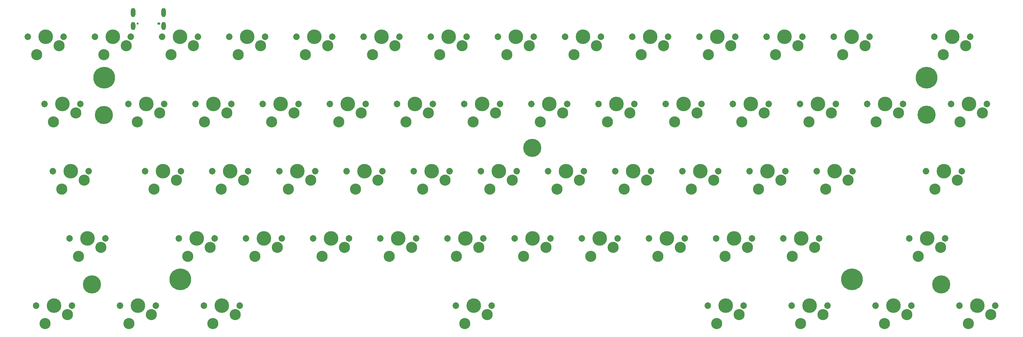
<source format=gts>
G04*
G04 #@! TF.GenerationSoftware,Altium Limited,Altium Designer,23.1.1 (15)*
G04*
G04 Layer_Color=8388736*
%FSLAX25Y25*%
%MOIN*%
G70*
G04*
G04 #@! TF.SameCoordinates,2B387D3F-2690-41C2-BDA0-AF5B162F5435*
G04*
G04*
G04 #@! TF.FilePolarity,Negative*
G04*
G01*
G75*
%ADD12C,0.07291*%
%ADD13C,0.12402*%
%ADD14C,0.16291*%
G04:AMPARAMS|DCode=15|XSize=51.18mil|YSize=90.55mil|CornerRadius=25.59mil|HoleSize=0mil|Usage=FLASHONLY|Rotation=0.000|XOffset=0mil|YOffset=0mil|HoleType=Round|Shape=RoundedRectangle|*
%AMROUNDEDRECTD15*
21,1,0.05118,0.03937,0,0,0.0*
21,1,0.00000,0.09055,0,0,0.0*
1,1,0.05118,0.00000,-0.01968*
1,1,0.05118,0.00000,-0.01968*
1,1,0.05118,0.00000,0.01968*
1,1,0.05118,0.00000,0.01968*
%
%ADD15ROUNDEDRECTD15*%
G04:AMPARAMS|DCode=16|XSize=51.18mil|YSize=102.36mil|CornerRadius=25.59mil|HoleSize=0mil|Usage=FLASHONLY|Rotation=0.000|XOffset=0mil|YOffset=0mil|HoleType=Round|Shape=RoundedRectangle|*
%AMROUNDEDRECTD16*
21,1,0.05118,0.05118,0,0,0.0*
21,1,0.00000,0.10236,0,0,0.0*
1,1,0.05118,0.00000,-0.02559*
1,1,0.05118,0.00000,-0.02559*
1,1,0.05118,0.00000,0.02559*
1,1,0.05118,0.00000,0.02559*
%
%ADD16ROUNDEDRECTD16*%
%ADD17C,0.02362*%
G04:AMPARAMS|DCode=18|XSize=33.47mil|YSize=23.62mil|CornerRadius=11.81mil|HoleSize=0mil|Usage=FLASHONLY|Rotation=0.000|XOffset=0mil|YOffset=0mil|HoleType=Round|Shape=RoundedRectangle|*
%AMROUNDEDRECTD18*
21,1,0.03347,0.00000,0,0,0.0*
21,1,0.00984,0.02362,0,0,0.0*
1,1,0.02362,0.00492,0.00000*
1,1,0.02362,-0.00492,0.00000*
1,1,0.02362,-0.00492,0.00000*
1,1,0.02362,0.00492,0.00000*
%
%ADD18ROUNDEDRECTD18*%
%ADD19C,0.24213*%
%ADD20C,0.20276*%
D12*
X1051235Y30610D02*
D03*
X1091235D02*
D03*
X781860Y180610D02*
D03*
X741860D02*
D03*
X153735Y30610D02*
D03*
X113735D02*
D03*
X875610Y330610D02*
D03*
X835610D02*
D03*
X38735Y180610D02*
D03*
X78735D02*
D03*
X404360Y105610D02*
D03*
X444360D02*
D03*
X488735Y30610D02*
D03*
X528735D02*
D03*
X957485D02*
D03*
X997485D02*
D03*
X863735D02*
D03*
X903735D02*
D03*
X769985D02*
D03*
X809985D02*
D03*
X207485D02*
D03*
X247485D02*
D03*
X19985D02*
D03*
X59985D02*
D03*
X479360Y105610D02*
D03*
X519360D02*
D03*
X329360D02*
D03*
X369360D02*
D03*
X254360D02*
D03*
X294360D02*
D03*
X179360D02*
D03*
X219360D02*
D03*
X57485D02*
D03*
X97485D02*
D03*
X779360D02*
D03*
X819360D02*
D03*
X704360D02*
D03*
X744360D02*
D03*
X994985D02*
D03*
X1034985D02*
D03*
X854360D02*
D03*
X894360D02*
D03*
X629360D02*
D03*
X669360D02*
D03*
X554360D02*
D03*
X594360D02*
D03*
X666860Y180610D02*
D03*
X706860D02*
D03*
X1013735D02*
D03*
X1053735D02*
D03*
X891860D02*
D03*
X931860D02*
D03*
X816860D02*
D03*
X856860D02*
D03*
X441860D02*
D03*
X481860D02*
D03*
X366860D02*
D03*
X406860D02*
D03*
X291860D02*
D03*
X331860D02*
D03*
X216860D02*
D03*
X256860D02*
D03*
X141860D02*
D03*
X181860D02*
D03*
X516860D02*
D03*
X556860D02*
D03*
X591860D02*
D03*
X631860D02*
D03*
X648110Y255610D02*
D03*
X688110D02*
D03*
X573110D02*
D03*
X613110D02*
D03*
X498110D02*
D03*
X538110D02*
D03*
X423110D02*
D03*
X463110D02*
D03*
X348110D02*
D03*
X388110D02*
D03*
X123110D02*
D03*
X163110D02*
D03*
X273110D02*
D03*
X313110D02*
D03*
X29360D02*
D03*
X69360D02*
D03*
X198110D02*
D03*
X238110D02*
D03*
X873110D02*
D03*
X913110D02*
D03*
X798110D02*
D03*
X838110D02*
D03*
X723110D02*
D03*
X763110D02*
D03*
X1041860D02*
D03*
X1081860D02*
D03*
X948110D02*
D03*
X988110D02*
D03*
X910610Y330610D02*
D03*
X950610D02*
D03*
X1023110D02*
D03*
X1063110D02*
D03*
X610610D02*
D03*
X650610D02*
D03*
X535610D02*
D03*
X575610D02*
D03*
X460610D02*
D03*
X500610D02*
D03*
X385610D02*
D03*
X425610D02*
D03*
X310610D02*
D03*
X350610D02*
D03*
X685610D02*
D03*
X725610D02*
D03*
X760610D02*
D03*
X800610D02*
D03*
X235610D02*
D03*
X275610D02*
D03*
X160610D02*
D03*
X200610D02*
D03*
X85610D02*
D03*
X125610D02*
D03*
X10610D02*
D03*
X50610D02*
D03*
D13*
X1086235Y20610D02*
D03*
X1061235Y10610D02*
D03*
X751860Y160610D02*
D03*
X776860Y170610D02*
D03*
X123735Y10610D02*
D03*
X148735Y20610D02*
D03*
X845610Y310610D02*
D03*
X870610Y320610D02*
D03*
X73735Y170610D02*
D03*
X48735Y160610D02*
D03*
X439360Y95610D02*
D03*
X414360Y85610D02*
D03*
X523735Y20610D02*
D03*
X498735Y10610D02*
D03*
X992485Y20610D02*
D03*
X967485Y10610D02*
D03*
X898735Y20610D02*
D03*
X873735Y10610D02*
D03*
X804985Y20610D02*
D03*
X779985Y10610D02*
D03*
X242485Y20610D02*
D03*
X217485Y10610D02*
D03*
X54985Y20610D02*
D03*
X29985Y10610D02*
D03*
X514360Y95610D02*
D03*
X489360Y85610D02*
D03*
X364360Y95610D02*
D03*
X339360Y85610D02*
D03*
X289360Y95610D02*
D03*
X264360Y85610D02*
D03*
X214360Y95610D02*
D03*
X189360Y85610D02*
D03*
X92485Y95610D02*
D03*
X67485Y85610D02*
D03*
X814360Y95610D02*
D03*
X789360Y85610D02*
D03*
X739360Y95610D02*
D03*
X714360Y85610D02*
D03*
X1029985Y95610D02*
D03*
X1004985Y85610D02*
D03*
X889360Y95610D02*
D03*
X864360Y85610D02*
D03*
X664360Y95610D02*
D03*
X639360Y85610D02*
D03*
X589360Y95610D02*
D03*
X564360Y85610D02*
D03*
X701860Y170610D02*
D03*
X676860Y160610D02*
D03*
X1048735Y170610D02*
D03*
X1023735Y160610D02*
D03*
X926860Y170610D02*
D03*
X901860Y160610D02*
D03*
X851860Y170610D02*
D03*
X826860Y160610D02*
D03*
X476860Y170610D02*
D03*
X451860Y160610D02*
D03*
X401860Y170610D02*
D03*
X376860Y160610D02*
D03*
X326860Y170610D02*
D03*
X301860Y160610D02*
D03*
X251860Y170610D02*
D03*
X226860Y160610D02*
D03*
X176860Y170610D02*
D03*
X151860Y160610D02*
D03*
X551860Y170610D02*
D03*
X526860Y160610D02*
D03*
X626860Y170610D02*
D03*
X601860Y160610D02*
D03*
X683110Y245610D02*
D03*
X658110Y235610D02*
D03*
X608110Y245610D02*
D03*
X583110Y235610D02*
D03*
X533110Y245610D02*
D03*
X508110Y235610D02*
D03*
X458110Y245610D02*
D03*
X433110Y235610D02*
D03*
X383110Y245610D02*
D03*
X358110Y235610D02*
D03*
X158110Y245610D02*
D03*
X133110Y235610D02*
D03*
X308110Y245610D02*
D03*
X283110Y235610D02*
D03*
X64360Y245610D02*
D03*
X39360Y235610D02*
D03*
X233110Y245610D02*
D03*
X208110Y235610D02*
D03*
X908110Y245610D02*
D03*
X883110Y235610D02*
D03*
X833110Y245610D02*
D03*
X808110Y235610D02*
D03*
X758110Y245610D02*
D03*
X733110Y235610D02*
D03*
X1076860Y245610D02*
D03*
X1051860Y235610D02*
D03*
X983110Y245610D02*
D03*
X958110Y235610D02*
D03*
X945610Y320610D02*
D03*
X920610Y310610D02*
D03*
X1058110Y320610D02*
D03*
X1033110Y310610D02*
D03*
X645610Y320610D02*
D03*
X620610Y310610D02*
D03*
X570610Y320610D02*
D03*
X545610Y310610D02*
D03*
X495610Y320610D02*
D03*
X470610Y310610D02*
D03*
X420610Y320610D02*
D03*
X395610Y310610D02*
D03*
X345610Y320610D02*
D03*
X320610Y310610D02*
D03*
X720610Y320610D02*
D03*
X695610Y310610D02*
D03*
X795610Y320610D02*
D03*
X770610Y310610D02*
D03*
X270610Y320610D02*
D03*
X245610Y310610D02*
D03*
X195610Y320610D02*
D03*
X170610Y310610D02*
D03*
X120610Y320610D02*
D03*
X95610Y310610D02*
D03*
X45610Y320610D02*
D03*
X20610Y310610D02*
D03*
D14*
X1071235Y30610D02*
D03*
X761860Y180610D02*
D03*
X133735Y30610D02*
D03*
X855610Y330610D02*
D03*
X58735Y180610D02*
D03*
X424360Y105610D02*
D03*
X508735Y30610D02*
D03*
X977485D02*
D03*
X883735D02*
D03*
X789985D02*
D03*
X227485D02*
D03*
X39985D02*
D03*
X499360Y105610D02*
D03*
X349360D02*
D03*
X274360D02*
D03*
X199360D02*
D03*
X77485D02*
D03*
X799360D02*
D03*
X724360D02*
D03*
X1014985D02*
D03*
X874360D02*
D03*
X649360D02*
D03*
X574360D02*
D03*
X686860Y180610D02*
D03*
X1033735D02*
D03*
X911860D02*
D03*
X836860D02*
D03*
X461860D02*
D03*
X386860D02*
D03*
X311860D02*
D03*
X236860D02*
D03*
X161860D02*
D03*
X536860D02*
D03*
X611860D02*
D03*
X668110Y255610D02*
D03*
X593110D02*
D03*
X518110D02*
D03*
X443110D02*
D03*
X368110D02*
D03*
X143110D02*
D03*
X293110D02*
D03*
X49360D02*
D03*
X218110D02*
D03*
X893110D02*
D03*
X818110D02*
D03*
X743110D02*
D03*
X1061860D02*
D03*
X968110D02*
D03*
X930610Y330610D02*
D03*
X1043110D02*
D03*
X630610D02*
D03*
X555610D02*
D03*
X480610D02*
D03*
X405610D02*
D03*
X330610D02*
D03*
X705610D02*
D03*
X780610D02*
D03*
X255610D02*
D03*
X180610D02*
D03*
X105610D02*
D03*
X30610D02*
D03*
D15*
X128303Y342421D02*
D03*
X162319D02*
D03*
D16*
X128303Y357480D02*
D03*
X162319D02*
D03*
D17*
X133500Y345276D02*
D03*
D18*
X157122D02*
D03*
D19*
X181143Y59862D02*
D03*
X96150Y284828D02*
D03*
X1014517Y284803D02*
D03*
X931182Y59922D02*
D03*
D20*
X82310Y54165D02*
D03*
X95856Y243236D02*
D03*
X1014517Y243296D02*
D03*
X574222Y206602D02*
D03*
X1030681Y53971D02*
D03*
M02*

</source>
